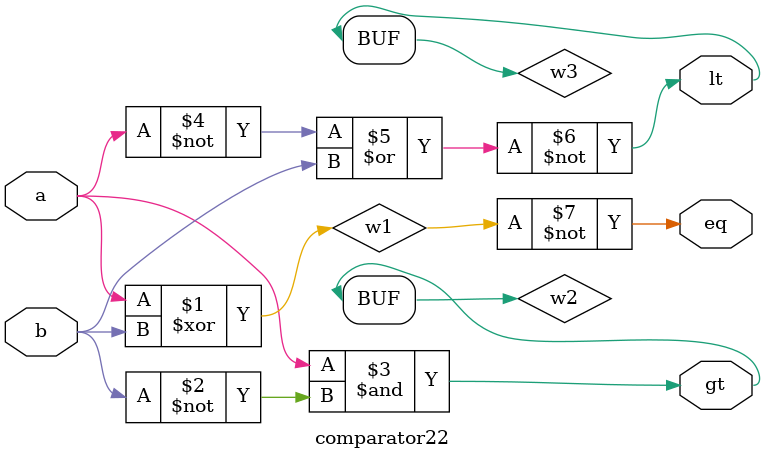
<source format=v>
module comparator22 (input a, input b, output reg eq, output reg gt, output reg lt);

    wire w1,w2,w3;

    xor u_xor(w1, a, b); // A != B
    and u_and(w2, a, ~b); // A > B
    nor u_nor(w3, ~a, b); // A < B

    assign eq = ~w1;
    assign gt = w2;
    assign lt = w3;

endmodule

</source>
